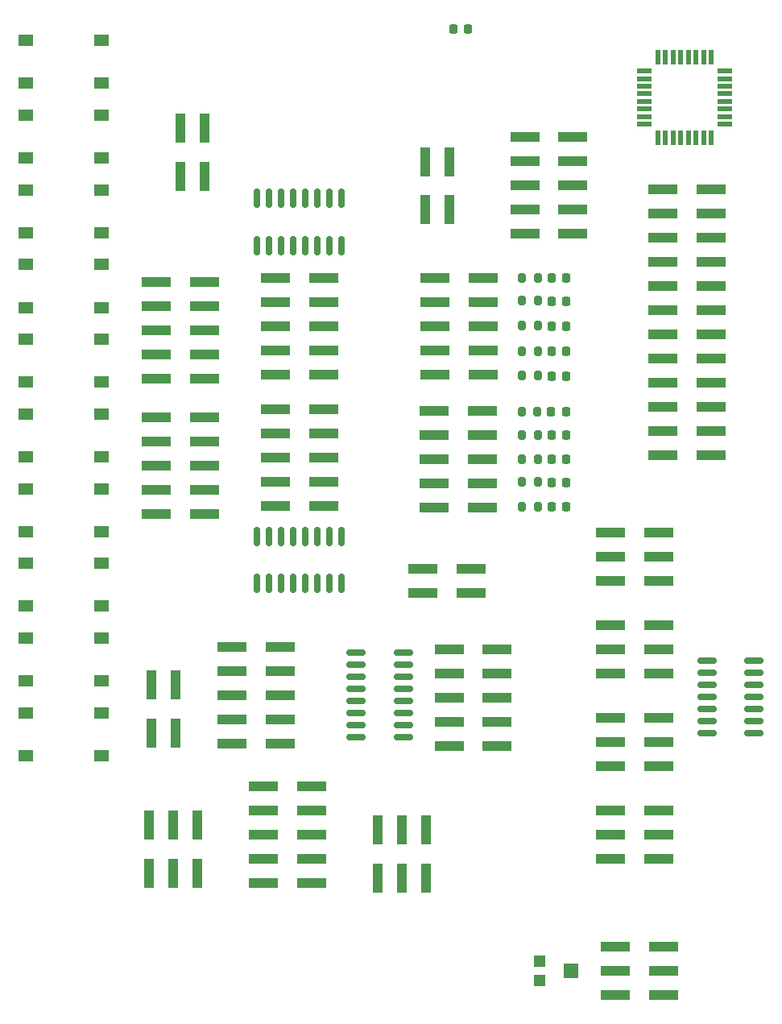
<source format=gbr>
%TF.GenerationSoftware,KiCad,Pcbnew,(7.0.0)*%
%TF.CreationDate,2023-03-26T07:24:26-07:00*%
%TF.ProjectId,wyw_extra,7779775f-6578-4747-9261-2e6b69636164,rev?*%
%TF.SameCoordinates,Original*%
%TF.FileFunction,Paste,Top*%
%TF.FilePolarity,Positive*%
%FSLAX46Y46*%
G04 Gerber Fmt 4.6, Leading zero omitted, Abs format (unit mm)*
G04 Created by KiCad (PCBNEW (7.0.0)) date 2023-03-26 07:24:26*
%MOMM*%
%LPD*%
G01*
G04 APERTURE LIST*
G04 Aperture macros list*
%AMRoundRect*
0 Rectangle with rounded corners*
0 $1 Rounding radius*
0 $2 $3 $4 $5 $6 $7 $8 $9 X,Y pos of 4 corners*
0 Add a 4 corners polygon primitive as box body*
4,1,4,$2,$3,$4,$5,$6,$7,$8,$9,$2,$3,0*
0 Add four circle primitives for the rounded corners*
1,1,$1+$1,$2,$3*
1,1,$1+$1,$4,$5*
1,1,$1+$1,$6,$7*
1,1,$1+$1,$8,$9*
0 Add four rect primitives between the rounded corners*
20,1,$1+$1,$2,$3,$4,$5,0*
20,1,$1+$1,$4,$5,$6,$7,0*
20,1,$1+$1,$6,$7,$8,$9,0*
20,1,$1+$1,$8,$9,$2,$3,0*%
G04 Aperture macros list end*
%ADD10RoundRect,0.225000X0.225000X0.250000X-0.225000X0.250000X-0.225000X-0.250000X0.225000X-0.250000X0*%
%ADD11R,3.150000X1.000000*%
%ADD12RoundRect,0.218750X-0.218750X-0.256250X0.218750X-0.256250X0.218750X0.256250X-0.218750X0.256250X0*%
%ADD13R,1.550000X1.300000*%
%ADD14RoundRect,0.150000X0.825000X0.150000X-0.825000X0.150000X-0.825000X-0.150000X0.825000X-0.150000X0*%
%ADD15R,1.000000X3.150000*%
%ADD16R,1.600000X0.550000*%
%ADD17R,0.550000X1.600000*%
%ADD18RoundRect,0.200000X0.200000X0.275000X-0.200000X0.275000X-0.200000X-0.275000X0.200000X-0.275000X0*%
%ADD19RoundRect,0.150000X0.150000X-0.825000X0.150000X0.825000X-0.150000X0.825000X-0.150000X-0.825000X0*%
%ADD20R,1.200000X1.200000*%
%ADD21R,1.500000X1.600000*%
G04 APERTURE END LIST*
D10*
%TO.C,C1*%
X68500000Y-30500000D03*
X66950000Y-30500000D03*
%TD*%
D11*
%TO.C,J2*%
X48249999Y-56709999D03*
X53299999Y-56709999D03*
X48249999Y-59249999D03*
X53299999Y-59249999D03*
X48249999Y-61789999D03*
X53299999Y-61789999D03*
X48249999Y-64329999D03*
X53299999Y-64329999D03*
X48249999Y-66869999D03*
X53299999Y-66869999D03*
%TD*%
D12*
%TO.C,D8*%
X77250000Y-75750000D03*
X78825000Y-75750000D03*
%TD*%
D13*
%TO.C,SW8*%
X22019999Y-86699999D03*
X29979999Y-86699999D03*
X22019999Y-91199999D03*
X29979999Y-91199999D03*
%TD*%
D14*
%TO.C,U5*%
X61700000Y-104945000D03*
X61700000Y-103675000D03*
X61700000Y-102405000D03*
X61700000Y-101135000D03*
X61700000Y-99865000D03*
X61700000Y-98595000D03*
X61700000Y-97325000D03*
X61700000Y-96055000D03*
X56750000Y-96055000D03*
X56750000Y-97325000D03*
X56750000Y-98595000D03*
X56750000Y-99865000D03*
X56750000Y-101135000D03*
X56750000Y-102405000D03*
X56750000Y-103675000D03*
X56750000Y-104945000D03*
%TD*%
D11*
%TO.C,J21*%
X83474999Y-112689999D03*
X88524999Y-112689999D03*
X83474999Y-115229999D03*
X88524999Y-115229999D03*
X83474999Y-117769999D03*
X88524999Y-117769999D03*
%TD*%
%TO.C,J30*%
X46999999Y-110129999D03*
X52049999Y-110129999D03*
X46999999Y-112669999D03*
X52049999Y-112669999D03*
X46999999Y-115209999D03*
X52049999Y-115209999D03*
X46999999Y-117749999D03*
X52049999Y-117749999D03*
X46999999Y-120289999D03*
X52049999Y-120289999D03*
%TD*%
D13*
%TO.C,SW7*%
X22019999Y-78849999D03*
X29979999Y-78849999D03*
X22019999Y-83349999D03*
X29979999Y-83349999D03*
%TD*%
%TO.C,SW2*%
X22019999Y-39599999D03*
X29979999Y-39599999D03*
X22019999Y-44099999D03*
X29979999Y-44099999D03*
%TD*%
%TO.C,SW10*%
X22019999Y-102399999D03*
X29979999Y-102399999D03*
X22019999Y-106899999D03*
X29979999Y-106899999D03*
%TD*%
D15*
%TO.C,J4*%
X35229999Y-104524999D03*
X35229999Y-99474999D03*
X37769999Y-104524999D03*
X37769999Y-99474999D03*
%TD*%
D11*
%TO.C,J18*%
X66499999Y-95749999D03*
X71549999Y-95749999D03*
X66499999Y-98289999D03*
X71549999Y-98289999D03*
X66499999Y-100829999D03*
X71549999Y-100829999D03*
X66499999Y-103369999D03*
X71549999Y-103369999D03*
X66499999Y-105909999D03*
X71549999Y-105909999D03*
%TD*%
D16*
%TO.C,U3*%
X86999999Y-34949999D03*
X86999999Y-35749999D03*
X86999999Y-36549999D03*
X86999999Y-37349999D03*
X86999999Y-38149999D03*
X86999999Y-38949999D03*
X86999999Y-39749999D03*
X86999999Y-40549999D03*
D17*
X88449999Y-41999999D03*
X89249999Y-41999999D03*
X90049999Y-41999999D03*
X90849999Y-41999999D03*
X91649999Y-41999999D03*
X92449999Y-41999999D03*
X93249999Y-41999999D03*
X94049999Y-41999999D03*
D16*
X95499999Y-40549999D03*
X95499999Y-39749999D03*
X95499999Y-38949999D03*
X95499999Y-38149999D03*
X95499999Y-37349999D03*
X95499999Y-36549999D03*
X95499999Y-35749999D03*
X95499999Y-34949999D03*
D17*
X94049999Y-33499999D03*
X93249999Y-33499999D03*
X92449999Y-33499999D03*
X91649999Y-33499999D03*
X90849999Y-33499999D03*
X90049999Y-33499999D03*
X89249999Y-33499999D03*
X88449999Y-33499999D03*
%TD*%
D11*
%TO.C,J13*%
X35724999Y-57129999D03*
X40774999Y-57129999D03*
X35724999Y-59669999D03*
X40774999Y-59669999D03*
X35724999Y-62209999D03*
X40774999Y-62209999D03*
X35724999Y-64749999D03*
X40774999Y-64749999D03*
X35724999Y-67289999D03*
X40774999Y-67289999D03*
%TD*%
D13*
%TO.C,SW1*%
X22019999Y-31749999D03*
X29979999Y-31749999D03*
X22019999Y-36249999D03*
X29979999Y-36249999D03*
%TD*%
D18*
%TO.C,R5*%
X75825000Y-66960000D03*
X74175000Y-66960000D03*
%TD*%
D15*
%TO.C,J26*%
X38229999Y-46024999D03*
X38229999Y-40974999D03*
X40769999Y-46024999D03*
X40769999Y-40974999D03*
%TD*%
D18*
%TO.C,R6*%
X75787500Y-70750000D03*
X74137500Y-70750000D03*
%TD*%
D11*
%TO.C,J15*%
X83474999Y-83439999D03*
X88524999Y-83439999D03*
X83474999Y-85979999D03*
X88524999Y-85979999D03*
X83474999Y-88519999D03*
X88524999Y-88519999D03*
%TD*%
D18*
%TO.C,R2*%
X75825000Y-59080000D03*
X74175000Y-59080000D03*
%TD*%
D11*
%TO.C,J7*%
X83974999Y-126959999D03*
X89024999Y-126959999D03*
X83974999Y-129499999D03*
X89024999Y-129499999D03*
X83974999Y-132039999D03*
X89024999Y-132039999D03*
%TD*%
D18*
%TO.C,R4*%
X75825000Y-64400000D03*
X74175000Y-64400000D03*
%TD*%
D12*
%TO.C,D1*%
X77250000Y-56710000D03*
X78825000Y-56710000D03*
%TD*%
%TO.C,D4*%
X77250000Y-64440000D03*
X78825000Y-64440000D03*
%TD*%
D18*
%TO.C,R9*%
X75825000Y-78150000D03*
X74175000Y-78150000D03*
%TD*%
D12*
%TO.C,D3*%
X77250000Y-61750000D03*
X78825000Y-61750000D03*
%TD*%
D19*
%TO.C,U4*%
X46305000Y-88805000D03*
X47575000Y-88805000D03*
X48845000Y-88805000D03*
X50115000Y-88805000D03*
X51385000Y-88805000D03*
X52655000Y-88805000D03*
X53925000Y-88805000D03*
X55195000Y-88805000D03*
X55195000Y-83855000D03*
X53925000Y-83855000D03*
X52655000Y-83855000D03*
X51385000Y-83855000D03*
X50115000Y-83855000D03*
X48845000Y-83855000D03*
X47575000Y-83855000D03*
X46305000Y-83855000D03*
%TD*%
D11*
%TO.C,J19*%
X83474999Y-93189999D03*
X88524999Y-93189999D03*
X83474999Y-95729999D03*
X88524999Y-95729999D03*
X83474999Y-98269999D03*
X88524999Y-98269999D03*
%TD*%
D18*
%TO.C,R8*%
X75825000Y-75710000D03*
X74175000Y-75710000D03*
%TD*%
D15*
%TO.C,J8*%
X34959999Y-119274999D03*
X34959999Y-114224999D03*
X37499999Y-119274999D03*
X37499999Y-114224999D03*
X40039999Y-119274999D03*
X40039999Y-114224999D03*
%TD*%
D11*
%TO.C,J5*%
X64999999Y-56709999D03*
X70049999Y-56709999D03*
X64999999Y-59249999D03*
X70049999Y-59249999D03*
X64999999Y-61789999D03*
X70049999Y-61789999D03*
X64999999Y-64329999D03*
X70049999Y-64329999D03*
X64999999Y-66869999D03*
X70049999Y-66869999D03*
%TD*%
%TO.C,J27*%
X63724999Y-87229999D03*
X68774999Y-87229999D03*
X63724999Y-89769999D03*
X68774999Y-89769999D03*
%TD*%
%TO.C,J14*%
X35749999Y-71379999D03*
X40799999Y-71379999D03*
X35749999Y-73919999D03*
X40799999Y-73919999D03*
X35749999Y-76459999D03*
X40799999Y-76459999D03*
X35749999Y-78999999D03*
X40799999Y-78999999D03*
X35749999Y-81539999D03*
X40799999Y-81539999D03*
%TD*%
D18*
%TO.C,R1*%
X75825000Y-56710000D03*
X74175000Y-56710000D03*
%TD*%
D11*
%TO.C,J11*%
X48249999Y-70499999D03*
X53299999Y-70499999D03*
X48249999Y-73039999D03*
X53299999Y-73039999D03*
X48249999Y-75579999D03*
X53299999Y-75579999D03*
X48249999Y-78119999D03*
X53299999Y-78119999D03*
X48249999Y-80659999D03*
X53299999Y-80659999D03*
%TD*%
D13*
%TO.C,SW5*%
X22019999Y-63149999D03*
X29979999Y-63149999D03*
X22019999Y-67649999D03*
X29979999Y-67649999D03*
%TD*%
D11*
%TO.C,J25*%
X64949999Y-70669999D03*
X69999999Y-70669999D03*
X64949999Y-73209999D03*
X69999999Y-73209999D03*
X64949999Y-75749999D03*
X69999999Y-75749999D03*
X64949999Y-78289999D03*
X69999999Y-78289999D03*
X64949999Y-80829999D03*
X69999999Y-80829999D03*
%TD*%
D13*
%TO.C,SW9*%
X22019999Y-94549999D03*
X29979999Y-94549999D03*
X22019999Y-99049999D03*
X29979999Y-99049999D03*
%TD*%
D11*
%TO.C,J12*%
X88999999Y-47419999D03*
X94049999Y-47419999D03*
X88999999Y-49959999D03*
X94049999Y-49959999D03*
X88999999Y-52499999D03*
X94049999Y-52499999D03*
X88999999Y-55039999D03*
X94049999Y-55039999D03*
X88999999Y-57579999D03*
X94049999Y-57579999D03*
X88999999Y-60119999D03*
X94049999Y-60119999D03*
X88999999Y-62659999D03*
X94049999Y-62659999D03*
X88999999Y-65199999D03*
X94049999Y-65199999D03*
X88999999Y-67739999D03*
X94049999Y-67739999D03*
X88999999Y-70279999D03*
X94049999Y-70279999D03*
X88999999Y-72819999D03*
X94049999Y-72819999D03*
X88999999Y-75359999D03*
X94049999Y-75359999D03*
%TD*%
D13*
%TO.C,SW6*%
X22019999Y-70999999D03*
X29979999Y-70999999D03*
X22019999Y-75499999D03*
X29979999Y-75499999D03*
%TD*%
%TO.C,SW4*%
X22019999Y-55299999D03*
X29979999Y-55299999D03*
X22019999Y-59799999D03*
X29979999Y-59799999D03*
%TD*%
D11*
%TO.C,J17*%
X43699999Y-95499999D03*
X48749999Y-95499999D03*
X43699999Y-98039999D03*
X48749999Y-98039999D03*
X43699999Y-100579999D03*
X48749999Y-100579999D03*
X43699999Y-103119999D03*
X48749999Y-103119999D03*
X43699999Y-105659999D03*
X48749999Y-105659999D03*
%TD*%
D18*
%TO.C,R3*%
X75825000Y-61710000D03*
X74175000Y-61710000D03*
%TD*%
D13*
%TO.C,SW3*%
X22019999Y-47449999D03*
X29979999Y-47449999D03*
X22019999Y-51949999D03*
X29979999Y-51949999D03*
%TD*%
D12*
%TO.C,D2*%
X77250000Y-59120000D03*
X78825000Y-59120000D03*
%TD*%
D11*
%TO.C,J29*%
X74474999Y-41919999D03*
X79524999Y-41919999D03*
X74474999Y-44459999D03*
X79524999Y-44459999D03*
X74474999Y-46999999D03*
X79524999Y-46999999D03*
X74474999Y-49539999D03*
X79524999Y-49539999D03*
X74474999Y-52079999D03*
X79524999Y-52079999D03*
%TD*%
D20*
%TO.C,RV2*%
X76024999Y-128499999D03*
D21*
X79274999Y-129499999D03*
D20*
X76024999Y-130499999D03*
%TD*%
D11*
%TO.C,J20*%
X83474999Y-102939999D03*
X88524999Y-102939999D03*
X83474999Y-105479999D03*
X88524999Y-105479999D03*
X83474999Y-108019999D03*
X88524999Y-108019999D03*
%TD*%
D12*
%TO.C,D9*%
X77250000Y-78190000D03*
X78825000Y-78190000D03*
%TD*%
%TO.C,D6*%
X77212500Y-70750000D03*
X78787500Y-70750000D03*
%TD*%
%TO.C,D10*%
X77250000Y-80750000D03*
X78825000Y-80750000D03*
%TD*%
D18*
%TO.C,R7*%
X75825000Y-73210000D03*
X74175000Y-73210000D03*
%TD*%
D12*
%TO.C,D5*%
X77250000Y-67000000D03*
X78825000Y-67000000D03*
%TD*%
%TO.C,D7*%
X77250000Y-73250000D03*
X78825000Y-73250000D03*
%TD*%
D15*
%TO.C,J28*%
X63979999Y-49524999D03*
X63979999Y-44474999D03*
X66519999Y-49524999D03*
X66519999Y-44474999D03*
%TD*%
%TO.C,J6*%
X64039999Y-114724999D03*
X64039999Y-119774999D03*
X61499999Y-114724999D03*
X61499999Y-119774999D03*
X58959999Y-114724999D03*
X58959999Y-119774999D03*
%TD*%
D19*
%TO.C,U1*%
X46305000Y-53305000D03*
X47575000Y-53305000D03*
X48845000Y-53305000D03*
X50115000Y-53305000D03*
X51385000Y-53305000D03*
X52655000Y-53305000D03*
X53925000Y-53305000D03*
X55195000Y-53305000D03*
X55195000Y-48355000D03*
X53925000Y-48355000D03*
X52655000Y-48355000D03*
X51385000Y-48355000D03*
X50115000Y-48355000D03*
X48845000Y-48355000D03*
X47575000Y-48355000D03*
X46305000Y-48355000D03*
%TD*%
D14*
%TO.C,U2*%
X98575000Y-104560000D03*
X98575000Y-103290000D03*
X98575000Y-102020000D03*
X98575000Y-100750000D03*
X98575000Y-99480000D03*
X98575000Y-98210000D03*
X98575000Y-96940000D03*
X93625000Y-96940000D03*
X93625000Y-98210000D03*
X93625000Y-99480000D03*
X93625000Y-100750000D03*
X93625000Y-102020000D03*
X93625000Y-103290000D03*
X93625000Y-104560000D03*
%TD*%
D18*
%TO.C,R10*%
X75825000Y-80710000D03*
X74175000Y-80710000D03*
%TD*%
M02*

</source>
